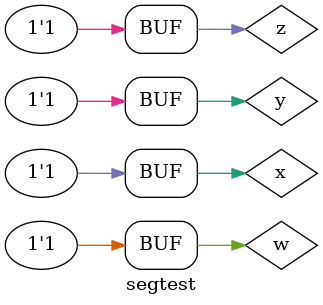
<source format=v>
`timescale 1ns / 1ps
`timescale 1 ns/1 ns

module segtest();

	reg w, x, y, z;
	wire a, b, c, d, e, f, g;
	
	seg7 test1(w, x, y, z, a, b, c, d, e, f, g);
	
	initial begin
		w <= 0; x <= 0; y <= 0; z <= 0;
		#10 w <= 0; x <= 0; y <= 0; z <= 1;
		#10 w <= 0; x <= 0; y <= 1; z <= 0;
		#10 w <= 0; x <= 0; y <= 1; z <= 1;
		#10 w <= 0; x <= 1; y <= 0; z <= 0;
		#10 w <= 0; x <= 1; y <= 0; z <= 1;
		#10 w <= 0; x <= 1; y <= 1; z <= 0;
		#10 w <= 0; x <= 1; y <= 1; z <= 1;
		#10 w <= 1; x <= 0; y <= 0; z <= 0;
		#10 w <= 1; x <= 0; y <= 0; z <= 1;
		#10 w <= 1; x <= 0; y <= 1; z <= 0;
		#10 w <= 1; x <= 0; y <= 1; z <= 1;
		#10 w <= 1; x <= 1; y <= 0; z <= 0;
		#10 w <= 1; x <= 1; y <= 0; z <= 1;
		#10 w <= 1; x <= 1; y <= 1; z <= 0;
		#10 w <= 1; x <= 1; y <= 1; z <= 1;
	end  


endmodule

</source>
